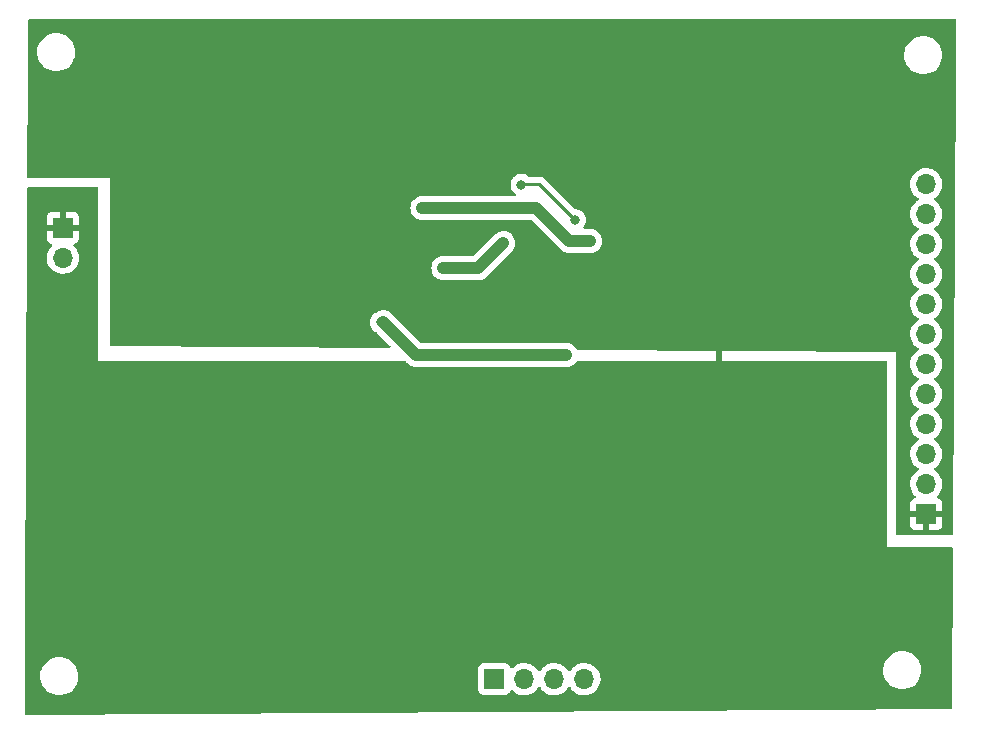
<source format=gbr>
%TF.GenerationSoftware,KiCad,Pcbnew,(6.0.10)*%
%TF.CreationDate,2023-03-06T12:11:40-08:00*%
%TF.ProjectId,PCM5242,50434d35-3234-4322-9e6b-696361645f70,rev?*%
%TF.SameCoordinates,Original*%
%TF.FileFunction,Copper,L2,Bot*%
%TF.FilePolarity,Positive*%
%FSLAX46Y46*%
G04 Gerber Fmt 4.6, Leading zero omitted, Abs format (unit mm)*
G04 Created by KiCad (PCBNEW (6.0.10)) date 2023-03-06 12:11:40*
%MOMM*%
%LPD*%
G01*
G04 APERTURE LIST*
%TA.AperFunction,ComponentPad*%
%ADD10R,1.700000X1.700000*%
%TD*%
%TA.AperFunction,ComponentPad*%
%ADD11O,1.700000X1.700000*%
%TD*%
%TA.AperFunction,ViaPad*%
%ADD12C,0.800000*%
%TD*%
%TA.AperFunction,Conductor*%
%ADD13C,1.000000*%
%TD*%
%TA.AperFunction,Conductor*%
%ADD14C,0.250000*%
%TD*%
G04 APERTURE END LIST*
D10*
%TO.P,J2,1,Pin_1*%
%TO.N,GND*%
X124206000Y-117353000D03*
D11*
%TO.P,J2,2,Pin_2*%
%TO.N,/A5*%
X124206000Y-114813000D03*
%TO.P,J2,3,Pin_3*%
%TO.N,/A6*%
X124206000Y-112273000D03*
%TO.P,J2,4,Pin_4*%
%TO.N,/A7*%
X124206000Y-109733000D03*
%TO.P,J2,5,Pin_5*%
%TO.N,/A8*%
X124206000Y-107193000D03*
%TO.P,J2,6,Pin_6*%
%TO.N,/A9*%
X124206000Y-104653000D03*
%TO.P,J2,7,Pin_7*%
%TO.N,/A10*%
X124206000Y-102113000D03*
%TO.P,J2,8,Pin_8*%
%TO.N,/A11*%
X124206000Y-99573000D03*
%TO.P,J2,9,Pin_9*%
%TO.N,/A12*%
X124206000Y-97033000D03*
%TO.P,J2,10,Pin_10*%
%TO.N,/A13*%
X124206000Y-94493000D03*
%TO.P,J2,11,Pin_11*%
%TO.N,/A14*%
X124206000Y-91953000D03*
%TO.P,J2,12,Pin_12*%
%TO.N,/A15*%
X124206000Y-89413000D03*
%TD*%
D10*
%TO.P,J3,1,Pin_1*%
%TO.N,GND*%
X51100000Y-93100000D03*
D11*
%TO.P,J3,2,Pin_2*%
%TO.N,VCC*%
X51100000Y-95640000D03*
%TD*%
D10*
%TO.P,J1,1,Pin_1*%
%TO.N,/A1*%
X87640000Y-131318000D03*
D11*
%TO.P,J1,2,Pin_2*%
%TO.N,/A2*%
X90180000Y-131318000D03*
%TO.P,J1,3,Pin_3*%
%TO.N,/A3*%
X92720000Y-131318000D03*
%TO.P,J1,4,Pin_4*%
%TO.N,/A4*%
X95260000Y-131318000D03*
%TD*%
D12*
%TO.N,GND*%
X92000000Y-96200000D03*
X95250000Y-104902000D03*
X77978000Y-81026000D03*
X87700000Y-93000000D03*
X97589000Y-94435000D03*
X83610500Y-98248500D03*
X69232750Y-84218750D03*
X60717250Y-117148000D03*
X83764000Y-89258000D03*
X87896814Y-97919802D03*
X86360000Y-106680000D03*
X58374000Y-80110500D03*
X100055750Y-105690000D03*
%TO.N,DVDD*%
X81534000Y-91440000D03*
X95758000Y-94234000D03*
%TO.N,AVDD*%
X83308500Y-96523500D03*
X93726000Y-103886000D03*
X78002000Y-101116000D03*
X88400000Y-94400000D03*
%TO.N,SCK*%
X94488000Y-92455500D03*
X89916107Y-89453580D03*
%TD*%
D13*
%TO.N,DVDD*%
X95758000Y-94234000D02*
X93970695Y-94234000D01*
X93970695Y-94234000D02*
X91176695Y-91440000D01*
X91176695Y-91440000D02*
X81534000Y-91440000D01*
%TO.N,AVDD*%
X81026000Y-103886000D02*
X78232000Y-101092000D01*
X83308500Y-96523500D02*
X86276500Y-96523500D01*
X86276500Y-96523500D02*
X88400000Y-94400000D01*
X93726000Y-103886000D02*
X81026000Y-103886000D01*
D14*
%TO.N,SCK*%
X89961687Y-89408000D02*
X89916107Y-89453580D01*
X91440500Y-89408000D02*
X89961687Y-89408000D01*
X94488000Y-92455500D02*
X91440500Y-89408000D01*
%TD*%
%TA.AperFunction,Conductor*%
%TO.N,GND*%
G36*
X106934000Y-104648000D02*
G01*
X106426000Y-104648000D01*
X106426000Y-103378000D01*
X106934000Y-103378000D01*
X106934000Y-104648000D01*
G37*
%TD.AperFunction*%
%TD*%
%TA.AperFunction,Conductor*%
%TO.N,GND*%
G36*
X54044121Y-89682002D02*
G01*
X54090614Y-89735658D01*
X54102000Y-89788000D01*
X54102000Y-104394000D01*
X80055576Y-104394000D01*
X80123697Y-104414002D01*
X80144671Y-104430905D01*
X80269145Y-104555379D01*
X80278247Y-104565522D01*
X80301968Y-104595025D01*
X80340421Y-104627291D01*
X80344069Y-104630472D01*
X80345881Y-104632115D01*
X80348075Y-104634309D01*
X80381349Y-104661642D01*
X80382147Y-104662304D01*
X80453474Y-104722154D01*
X80458144Y-104724722D01*
X80462261Y-104728103D01*
X80544120Y-104771995D01*
X80545280Y-104772624D01*
X80621389Y-104814466D01*
X80621394Y-104814468D01*
X80626787Y-104817433D01*
X80631865Y-104819044D01*
X80636563Y-104821563D01*
X80725498Y-104848753D01*
X80726702Y-104849128D01*
X80815306Y-104877235D01*
X80820597Y-104877828D01*
X80825698Y-104879388D01*
X80918311Y-104888795D01*
X80919431Y-104888915D01*
X80969227Y-104894500D01*
X80972756Y-104894500D01*
X80973739Y-104894555D01*
X80979426Y-104895003D01*
X80999683Y-104897060D01*
X81016336Y-104898752D01*
X81016339Y-104898752D01*
X81022463Y-104899374D01*
X81068112Y-104895059D01*
X81079969Y-104894500D01*
X93775769Y-104894500D01*
X93778825Y-104894200D01*
X93778832Y-104894200D01*
X93837340Y-104888463D01*
X93922833Y-104880080D01*
X93928734Y-104878298D01*
X93928736Y-104878298D01*
X94025324Y-104849136D01*
X94112169Y-104822916D01*
X94286796Y-104730066D01*
X94401807Y-104636265D01*
X94435287Y-104608960D01*
X94435290Y-104608957D01*
X94440062Y-104605065D01*
X94477170Y-104560210D01*
X94562204Y-104457421D01*
X94562205Y-104457419D01*
X94566130Y-104452675D01*
X94568072Y-104449083D01*
X94622194Y-104404252D01*
X94671977Y-104394000D01*
X120778000Y-104394000D01*
X120846121Y-104414002D01*
X120892614Y-104467658D01*
X120904000Y-104520000D01*
X120904000Y-120142000D01*
X126328859Y-120142000D01*
X126396980Y-120162002D01*
X126443473Y-120215658D01*
X126454856Y-120268808D01*
X126368525Y-133736324D01*
X126348087Y-133804315D01*
X126294135Y-133850463D01*
X126243334Y-133861513D01*
X100980283Y-134022938D01*
X48009018Y-134361413D01*
X47940771Y-134341847D01*
X47893936Y-134288490D01*
X47882214Y-134234882D01*
X47895650Y-131064000D01*
X49186526Y-131064000D01*
X49206391Y-131316403D01*
X49207545Y-131321210D01*
X49207546Y-131321216D01*
X49245179Y-131477968D01*
X49265495Y-131562591D01*
X49267388Y-131567162D01*
X49267389Y-131567164D01*
X49322456Y-131700106D01*
X49362384Y-131796502D01*
X49494672Y-132012376D01*
X49659102Y-132204898D01*
X49851624Y-132369328D01*
X50067498Y-132501616D01*
X50072068Y-132503509D01*
X50072072Y-132503511D01*
X50277643Y-132588661D01*
X50301409Y-132598505D01*
X50385174Y-132618615D01*
X50542784Y-132656454D01*
X50542790Y-132656455D01*
X50547597Y-132657609D01*
X50647416Y-132665465D01*
X50734345Y-132672307D01*
X50734352Y-132672307D01*
X50736801Y-132672500D01*
X50863199Y-132672500D01*
X50865648Y-132672307D01*
X50865655Y-132672307D01*
X50952584Y-132665465D01*
X51052403Y-132657609D01*
X51057210Y-132656455D01*
X51057216Y-132656454D01*
X51214826Y-132618615D01*
X51298591Y-132598505D01*
X51322357Y-132588661D01*
X51527928Y-132503511D01*
X51527932Y-132503509D01*
X51532502Y-132501616D01*
X51748376Y-132369328D01*
X51927742Y-132216134D01*
X86281500Y-132216134D01*
X86288255Y-132278316D01*
X86339385Y-132414705D01*
X86426739Y-132531261D01*
X86543295Y-132618615D01*
X86679684Y-132669745D01*
X86741866Y-132676500D01*
X88538134Y-132676500D01*
X88600316Y-132669745D01*
X88736705Y-132618615D01*
X88853261Y-132531261D01*
X88940615Y-132414705D01*
X88962799Y-132355529D01*
X88984598Y-132297382D01*
X89027240Y-132240618D01*
X89093802Y-132215918D01*
X89163150Y-132231126D01*
X89197817Y-132259114D01*
X89226250Y-132291938D01*
X89398126Y-132434632D01*
X89591000Y-132547338D01*
X89799692Y-132627030D01*
X89804760Y-132628061D01*
X89804763Y-132628062D01*
X89912017Y-132649883D01*
X90018597Y-132671567D01*
X90023772Y-132671757D01*
X90023774Y-132671757D01*
X90236673Y-132679564D01*
X90236677Y-132679564D01*
X90241837Y-132679753D01*
X90246957Y-132679097D01*
X90246959Y-132679097D01*
X90458288Y-132652025D01*
X90458289Y-132652025D01*
X90463416Y-132651368D01*
X90468366Y-132649883D01*
X90672429Y-132588661D01*
X90672434Y-132588659D01*
X90677384Y-132587174D01*
X90877994Y-132488896D01*
X91059860Y-132359173D01*
X91218096Y-132201489D01*
X91348453Y-132020077D01*
X91349776Y-132021028D01*
X91396645Y-131977857D01*
X91466580Y-131965625D01*
X91532026Y-131993144D01*
X91559875Y-132024994D01*
X91619987Y-132123088D01*
X91766250Y-132291938D01*
X91938126Y-132434632D01*
X92131000Y-132547338D01*
X92339692Y-132627030D01*
X92344760Y-132628061D01*
X92344763Y-132628062D01*
X92452017Y-132649883D01*
X92558597Y-132671567D01*
X92563772Y-132671757D01*
X92563774Y-132671757D01*
X92776673Y-132679564D01*
X92776677Y-132679564D01*
X92781837Y-132679753D01*
X92786957Y-132679097D01*
X92786959Y-132679097D01*
X92998288Y-132652025D01*
X92998289Y-132652025D01*
X93003416Y-132651368D01*
X93008366Y-132649883D01*
X93212429Y-132588661D01*
X93212434Y-132588659D01*
X93217384Y-132587174D01*
X93417994Y-132488896D01*
X93599860Y-132359173D01*
X93758096Y-132201489D01*
X93888453Y-132020077D01*
X93889776Y-132021028D01*
X93936645Y-131977857D01*
X94006580Y-131965625D01*
X94072026Y-131993144D01*
X94099875Y-132024994D01*
X94159987Y-132123088D01*
X94306250Y-132291938D01*
X94478126Y-132434632D01*
X94671000Y-132547338D01*
X94879692Y-132627030D01*
X94884760Y-132628061D01*
X94884763Y-132628062D01*
X94992017Y-132649883D01*
X95098597Y-132671567D01*
X95103772Y-132671757D01*
X95103774Y-132671757D01*
X95316673Y-132679564D01*
X95316677Y-132679564D01*
X95321837Y-132679753D01*
X95326957Y-132679097D01*
X95326959Y-132679097D01*
X95538288Y-132652025D01*
X95538289Y-132652025D01*
X95543416Y-132651368D01*
X95548366Y-132649883D01*
X95752429Y-132588661D01*
X95752434Y-132588659D01*
X95757384Y-132587174D01*
X95957994Y-132488896D01*
X96139860Y-132359173D01*
X96298096Y-132201489D01*
X96428453Y-132020077D01*
X96449320Y-131977857D01*
X96525136Y-131824453D01*
X96525137Y-131824451D01*
X96527430Y-131819811D01*
X96592370Y-131606069D01*
X96621529Y-131384590D01*
X96623156Y-131318000D01*
X96604852Y-131095361D01*
X96550431Y-130878702D01*
X96461354Y-130673840D01*
X96388309Y-130560930D01*
X96385120Y-130556000D01*
X120560526Y-130556000D01*
X120580391Y-130808403D01*
X120639495Y-131054591D01*
X120641388Y-131059162D01*
X120641389Y-131059164D01*
X120654304Y-131090342D01*
X120736384Y-131288502D01*
X120868672Y-131504376D01*
X121033102Y-131696898D01*
X121225624Y-131861328D01*
X121441498Y-131993616D01*
X121446068Y-131995509D01*
X121446072Y-131995511D01*
X121670836Y-132088611D01*
X121675409Y-132090505D01*
X121760032Y-132110821D01*
X121916784Y-132148454D01*
X121916790Y-132148455D01*
X121921597Y-132149609D01*
X122021416Y-132157465D01*
X122108345Y-132164307D01*
X122108352Y-132164307D01*
X122110801Y-132164500D01*
X122237199Y-132164500D01*
X122239648Y-132164307D01*
X122239655Y-132164307D01*
X122326584Y-132157465D01*
X122426403Y-132149609D01*
X122431210Y-132148455D01*
X122431216Y-132148454D01*
X122587968Y-132110821D01*
X122672591Y-132090505D01*
X122677164Y-132088611D01*
X122901928Y-131995511D01*
X122901932Y-131995509D01*
X122906502Y-131993616D01*
X123122376Y-131861328D01*
X123314898Y-131696898D01*
X123479328Y-131504376D01*
X123611616Y-131288502D01*
X123693697Y-131090342D01*
X123706611Y-131059164D01*
X123706612Y-131059162D01*
X123708505Y-131054591D01*
X123767609Y-130808403D01*
X123787474Y-130556000D01*
X123767609Y-130303597D01*
X123765673Y-130295530D01*
X123722481Y-130115624D01*
X123708505Y-130057409D01*
X123706611Y-130052836D01*
X123613511Y-129828072D01*
X123613509Y-129828068D01*
X123611616Y-129823498D01*
X123479328Y-129607624D01*
X123314898Y-129415102D01*
X123122376Y-129250672D01*
X122906502Y-129118384D01*
X122901932Y-129116491D01*
X122901928Y-129116489D01*
X122677164Y-129023389D01*
X122677162Y-129023388D01*
X122672591Y-129021495D01*
X122587968Y-129001179D01*
X122431216Y-128963546D01*
X122431210Y-128963545D01*
X122426403Y-128962391D01*
X122326584Y-128954535D01*
X122239655Y-128947693D01*
X122239648Y-128947693D01*
X122237199Y-128947500D01*
X122110801Y-128947500D01*
X122108352Y-128947693D01*
X122108345Y-128947693D01*
X122021416Y-128954535D01*
X121921597Y-128962391D01*
X121916790Y-128963545D01*
X121916784Y-128963546D01*
X121760032Y-129001179D01*
X121675409Y-129021495D01*
X121670838Y-129023388D01*
X121670836Y-129023389D01*
X121446072Y-129116489D01*
X121446068Y-129116491D01*
X121441498Y-129118384D01*
X121225624Y-129250672D01*
X121033102Y-129415102D01*
X120868672Y-129607624D01*
X120736384Y-129823498D01*
X120734491Y-129828068D01*
X120734489Y-129828072D01*
X120641389Y-130052836D01*
X120639495Y-130057409D01*
X120625519Y-130115624D01*
X120582328Y-130295530D01*
X120580391Y-130303597D01*
X120560526Y-130556000D01*
X96385120Y-130556000D01*
X96342822Y-130490617D01*
X96342820Y-130490614D01*
X96340014Y-130486277D01*
X96189670Y-130321051D01*
X96185619Y-130317852D01*
X96185615Y-130317848D01*
X96018414Y-130185800D01*
X96018410Y-130185798D01*
X96014359Y-130182598D01*
X95818789Y-130074638D01*
X95813920Y-130072914D01*
X95813916Y-130072912D01*
X95613087Y-130001795D01*
X95613083Y-130001794D01*
X95608212Y-130000069D01*
X95603119Y-129999162D01*
X95603116Y-129999161D01*
X95393373Y-129961800D01*
X95393367Y-129961799D01*
X95388284Y-129960894D01*
X95314452Y-129959992D01*
X95170081Y-129958228D01*
X95170079Y-129958228D01*
X95164911Y-129958165D01*
X94944091Y-129991955D01*
X94731756Y-130061357D01*
X94533607Y-130164507D01*
X94529474Y-130167610D01*
X94529471Y-130167612D01*
X94359100Y-130295530D01*
X94354965Y-130298635D01*
X94351393Y-130302373D01*
X94243729Y-130415037D01*
X94200629Y-130460138D01*
X94093201Y-130617621D01*
X94038293Y-130662621D01*
X93967768Y-130670792D01*
X93904021Y-130639538D01*
X93883324Y-130615054D01*
X93802822Y-130490617D01*
X93802820Y-130490614D01*
X93800014Y-130486277D01*
X93649670Y-130321051D01*
X93645619Y-130317852D01*
X93645615Y-130317848D01*
X93478414Y-130185800D01*
X93478410Y-130185798D01*
X93474359Y-130182598D01*
X93278789Y-130074638D01*
X93273920Y-130072914D01*
X93273916Y-130072912D01*
X93073087Y-130001795D01*
X93073083Y-130001794D01*
X93068212Y-130000069D01*
X93063119Y-129999162D01*
X93063116Y-129999161D01*
X92853373Y-129961800D01*
X92853367Y-129961799D01*
X92848284Y-129960894D01*
X92774452Y-129959992D01*
X92630081Y-129958228D01*
X92630079Y-129958228D01*
X92624911Y-129958165D01*
X92404091Y-129991955D01*
X92191756Y-130061357D01*
X91993607Y-130164507D01*
X91989474Y-130167610D01*
X91989471Y-130167612D01*
X91819100Y-130295530D01*
X91814965Y-130298635D01*
X91811393Y-130302373D01*
X91703729Y-130415037D01*
X91660629Y-130460138D01*
X91553201Y-130617621D01*
X91498293Y-130662621D01*
X91427768Y-130670792D01*
X91364021Y-130639538D01*
X91343324Y-130615054D01*
X91262822Y-130490617D01*
X91262820Y-130490614D01*
X91260014Y-130486277D01*
X91109670Y-130321051D01*
X91105619Y-130317852D01*
X91105615Y-130317848D01*
X90938414Y-130185800D01*
X90938410Y-130185798D01*
X90934359Y-130182598D01*
X90738789Y-130074638D01*
X90733920Y-130072914D01*
X90733916Y-130072912D01*
X90533087Y-130001795D01*
X90533083Y-130001794D01*
X90528212Y-130000069D01*
X90523119Y-129999162D01*
X90523116Y-129999161D01*
X90313373Y-129961800D01*
X90313367Y-129961799D01*
X90308284Y-129960894D01*
X90234452Y-129959992D01*
X90090081Y-129958228D01*
X90090079Y-129958228D01*
X90084911Y-129958165D01*
X89864091Y-129991955D01*
X89651756Y-130061357D01*
X89453607Y-130164507D01*
X89449474Y-130167610D01*
X89449471Y-130167612D01*
X89279100Y-130295530D01*
X89274965Y-130298635D01*
X89218537Y-130357684D01*
X89194283Y-130383064D01*
X89132759Y-130418494D01*
X89061846Y-130415037D01*
X89004060Y-130373791D01*
X88985207Y-130340243D01*
X88943767Y-130229703D01*
X88940615Y-130221295D01*
X88853261Y-130104739D01*
X88736705Y-130017385D01*
X88600316Y-129966255D01*
X88538134Y-129959500D01*
X86741866Y-129959500D01*
X86679684Y-129966255D01*
X86543295Y-130017385D01*
X86426739Y-130104739D01*
X86339385Y-130221295D01*
X86288255Y-130357684D01*
X86281500Y-130419866D01*
X86281500Y-132216134D01*
X51927742Y-132216134D01*
X51940898Y-132204898D01*
X52105328Y-132012376D01*
X52237616Y-131796502D01*
X52277545Y-131700106D01*
X52332611Y-131567164D01*
X52332612Y-131567162D01*
X52334505Y-131562591D01*
X52354821Y-131477968D01*
X52392454Y-131321216D01*
X52392455Y-131321210D01*
X52393609Y-131316403D01*
X52413474Y-131064000D01*
X52393609Y-130811597D01*
X52334505Y-130565409D01*
X52303525Y-130490617D01*
X52239511Y-130336072D01*
X52239509Y-130336068D01*
X52237616Y-130331498D01*
X52105328Y-130115624D01*
X51940898Y-129923102D01*
X51748376Y-129758672D01*
X51532502Y-129626384D01*
X51527932Y-129624491D01*
X51527928Y-129624489D01*
X51303164Y-129531389D01*
X51303162Y-129531388D01*
X51298591Y-129529495D01*
X51213968Y-129509179D01*
X51057216Y-129471546D01*
X51057210Y-129471545D01*
X51052403Y-129470391D01*
X50952584Y-129462535D01*
X50865655Y-129455693D01*
X50865648Y-129455693D01*
X50863199Y-129455500D01*
X50736801Y-129455500D01*
X50734352Y-129455693D01*
X50734345Y-129455693D01*
X50647416Y-129462535D01*
X50547597Y-129470391D01*
X50542790Y-129471545D01*
X50542784Y-129471546D01*
X50386032Y-129509179D01*
X50301409Y-129529495D01*
X50296838Y-129531388D01*
X50296836Y-129531389D01*
X50072072Y-129624489D01*
X50072068Y-129624491D01*
X50067498Y-129626384D01*
X49851624Y-129758672D01*
X49659102Y-129923102D01*
X49494672Y-130115624D01*
X49362384Y-130331498D01*
X49360491Y-130336068D01*
X49360489Y-130336072D01*
X49296475Y-130490617D01*
X49265495Y-130565409D01*
X49206391Y-130811597D01*
X49186526Y-131064000D01*
X47895650Y-131064000D01*
X48006516Y-104899374D01*
X48045891Y-95606695D01*
X49737251Y-95606695D01*
X49737548Y-95611848D01*
X49737548Y-95611851D01*
X49743011Y-95706590D01*
X49750110Y-95829715D01*
X49751247Y-95834761D01*
X49751248Y-95834767D01*
X49761331Y-95879507D01*
X49799222Y-96047639D01*
X49883266Y-96254616D01*
X49999987Y-96445088D01*
X50146250Y-96613938D01*
X50318126Y-96756632D01*
X50511000Y-96869338D01*
X50719692Y-96949030D01*
X50724760Y-96950061D01*
X50724763Y-96950062D01*
X50832017Y-96971883D01*
X50938597Y-96993567D01*
X50943772Y-96993757D01*
X50943774Y-96993757D01*
X51156673Y-97001564D01*
X51156677Y-97001564D01*
X51161837Y-97001753D01*
X51166957Y-97001097D01*
X51166959Y-97001097D01*
X51378288Y-96974025D01*
X51378289Y-96974025D01*
X51383416Y-96973368D01*
X51388366Y-96971883D01*
X51592429Y-96910661D01*
X51592434Y-96910659D01*
X51597384Y-96909174D01*
X51797994Y-96810896D01*
X51979860Y-96681173D01*
X52138096Y-96523489D01*
X52197594Y-96440689D01*
X52265435Y-96346277D01*
X52268453Y-96342077D01*
X52367430Y-96141811D01*
X52432370Y-95928069D01*
X52461529Y-95706590D01*
X52463156Y-95640000D01*
X52444852Y-95417361D01*
X52390431Y-95200702D01*
X52301354Y-94995840D01*
X52180014Y-94808277D01*
X52176540Y-94804459D01*
X52176533Y-94804450D01*
X52032435Y-94646088D01*
X52001383Y-94582242D01*
X52009779Y-94511744D01*
X52054956Y-94456976D01*
X52081400Y-94443307D01*
X52188052Y-94403325D01*
X52203649Y-94394786D01*
X52305724Y-94318285D01*
X52318285Y-94305724D01*
X52394786Y-94203649D01*
X52403324Y-94188054D01*
X52448478Y-94067606D01*
X52452105Y-94052351D01*
X52457631Y-94001486D01*
X52458000Y-93994672D01*
X52458000Y-93372115D01*
X52453525Y-93356876D01*
X52452135Y-93355671D01*
X52444452Y-93354000D01*
X49760116Y-93354000D01*
X49744877Y-93358475D01*
X49743672Y-93359865D01*
X49742001Y-93367548D01*
X49742001Y-93994669D01*
X49742371Y-94001490D01*
X49747895Y-94052352D01*
X49751521Y-94067604D01*
X49796676Y-94188054D01*
X49805214Y-94203649D01*
X49881715Y-94305724D01*
X49894276Y-94318285D01*
X49996351Y-94394786D01*
X50011946Y-94403324D01*
X50120827Y-94444142D01*
X50177591Y-94486784D01*
X50202291Y-94553345D01*
X50187083Y-94622694D01*
X50167691Y-94649175D01*
X50044200Y-94778401D01*
X50040629Y-94782138D01*
X49914743Y-94966680D01*
X49820688Y-95169305D01*
X49760989Y-95384570D01*
X49737251Y-95606695D01*
X48045891Y-95606695D01*
X48057666Y-92827885D01*
X49742000Y-92827885D01*
X49746475Y-92843124D01*
X49747865Y-92844329D01*
X49755548Y-92846000D01*
X50827885Y-92846000D01*
X50843124Y-92841525D01*
X50844329Y-92840135D01*
X50846000Y-92832452D01*
X50846000Y-92827885D01*
X51354000Y-92827885D01*
X51358475Y-92843124D01*
X51359865Y-92844329D01*
X51367548Y-92846000D01*
X52439884Y-92846000D01*
X52455123Y-92841525D01*
X52456328Y-92840135D01*
X52457999Y-92832452D01*
X52457999Y-92205331D01*
X52457629Y-92198510D01*
X52452105Y-92147648D01*
X52448479Y-92132396D01*
X52403324Y-92011946D01*
X52394786Y-91996351D01*
X52318285Y-91894276D01*
X52305724Y-91881715D01*
X52203649Y-91805214D01*
X52188054Y-91796676D01*
X52067606Y-91751522D01*
X52052351Y-91747895D01*
X52001486Y-91742369D01*
X51994672Y-91742000D01*
X51372115Y-91742000D01*
X51356876Y-91746475D01*
X51355671Y-91747865D01*
X51354000Y-91755548D01*
X51354000Y-92827885D01*
X50846000Y-92827885D01*
X50846000Y-91760116D01*
X50841525Y-91744877D01*
X50840135Y-91743672D01*
X50832452Y-91742001D01*
X50205331Y-91742001D01*
X50198510Y-91742371D01*
X50147648Y-91747895D01*
X50132396Y-91751521D01*
X50011946Y-91796676D01*
X49996351Y-91805214D01*
X49894276Y-91881715D01*
X49881715Y-91894276D01*
X49805214Y-91996351D01*
X49796676Y-92011946D01*
X49751522Y-92132394D01*
X49747895Y-92147649D01*
X49742369Y-92198514D01*
X49742000Y-92205328D01*
X49742000Y-92827885D01*
X48057666Y-92827885D01*
X48070549Y-89787465D01*
X48090840Y-89719431D01*
X48144692Y-89673166D01*
X48196548Y-89662000D01*
X53976000Y-89662000D01*
X54044121Y-89682002D01*
G37*
%TD.AperFunction*%
%TD*%
%TA.AperFunction,Conductor*%
%TO.N,GND*%
G36*
X126683541Y-75458502D02*
G01*
X126730034Y-75512158D01*
X126741417Y-75565308D01*
X126717999Y-79218502D01*
X126462984Y-119000811D01*
X126442547Y-119068799D01*
X126388595Y-119114947D01*
X126336988Y-119126000D01*
X121792000Y-119126000D01*
X121723879Y-119105998D01*
X121677386Y-119052342D01*
X121666000Y-119000000D01*
X121666000Y-118247669D01*
X122848001Y-118247669D01*
X122848371Y-118254490D01*
X122853895Y-118305352D01*
X122857521Y-118320604D01*
X122902676Y-118441054D01*
X122911214Y-118456649D01*
X122987715Y-118558724D01*
X123000276Y-118571285D01*
X123102351Y-118647786D01*
X123117946Y-118656324D01*
X123238394Y-118701478D01*
X123253649Y-118705105D01*
X123304514Y-118710631D01*
X123311328Y-118711000D01*
X123933885Y-118711000D01*
X123949124Y-118706525D01*
X123950329Y-118705135D01*
X123952000Y-118697452D01*
X123952000Y-118692884D01*
X124460000Y-118692884D01*
X124464475Y-118708123D01*
X124465865Y-118709328D01*
X124473548Y-118710999D01*
X125100669Y-118710999D01*
X125107490Y-118710629D01*
X125158352Y-118705105D01*
X125173604Y-118701479D01*
X125294054Y-118656324D01*
X125309649Y-118647786D01*
X125411724Y-118571285D01*
X125424285Y-118558724D01*
X125500786Y-118456649D01*
X125509324Y-118441054D01*
X125554478Y-118320606D01*
X125558105Y-118305351D01*
X125563631Y-118254486D01*
X125564000Y-118247672D01*
X125564000Y-117625115D01*
X125559525Y-117609876D01*
X125558135Y-117608671D01*
X125550452Y-117607000D01*
X124478115Y-117607000D01*
X124462876Y-117611475D01*
X124461671Y-117612865D01*
X124460000Y-117620548D01*
X124460000Y-118692884D01*
X123952000Y-118692884D01*
X123952000Y-117625115D01*
X123947525Y-117609876D01*
X123946135Y-117608671D01*
X123938452Y-117607000D01*
X122866116Y-117607000D01*
X122850877Y-117611475D01*
X122849672Y-117612865D01*
X122848001Y-117620548D01*
X122848001Y-118247669D01*
X121666000Y-118247669D01*
X121666000Y-114779695D01*
X122843251Y-114779695D01*
X122843548Y-114784848D01*
X122843548Y-114784851D01*
X122849011Y-114879590D01*
X122856110Y-115002715D01*
X122857247Y-115007761D01*
X122857248Y-115007767D01*
X122877119Y-115095939D01*
X122905222Y-115220639D01*
X122989266Y-115427616D01*
X123105987Y-115618088D01*
X123252250Y-115786938D01*
X123256225Y-115790238D01*
X123256231Y-115790244D01*
X123261425Y-115794556D01*
X123301059Y-115853460D01*
X123302555Y-115924441D01*
X123265439Y-115984962D01*
X123225168Y-116009480D01*
X123117946Y-116049676D01*
X123102351Y-116058214D01*
X123000276Y-116134715D01*
X122987715Y-116147276D01*
X122911214Y-116249351D01*
X122902676Y-116264946D01*
X122857522Y-116385394D01*
X122853895Y-116400649D01*
X122848369Y-116451514D01*
X122848000Y-116458328D01*
X122848000Y-117080885D01*
X122852475Y-117096124D01*
X122853865Y-117097329D01*
X122861548Y-117099000D01*
X125545884Y-117099000D01*
X125561123Y-117094525D01*
X125562328Y-117093135D01*
X125563999Y-117085452D01*
X125563999Y-116458331D01*
X125563629Y-116451510D01*
X125558105Y-116400648D01*
X125554479Y-116385396D01*
X125509324Y-116264946D01*
X125500786Y-116249351D01*
X125424285Y-116147276D01*
X125411724Y-116134715D01*
X125309649Y-116058214D01*
X125294054Y-116049676D01*
X125183813Y-116008348D01*
X125127049Y-115965706D01*
X125102349Y-115899145D01*
X125117557Y-115829796D01*
X125139104Y-115801115D01*
X125240430Y-115700144D01*
X125240440Y-115700132D01*
X125244096Y-115696489D01*
X125303594Y-115613689D01*
X125371435Y-115519277D01*
X125374453Y-115515077D01*
X125473430Y-115314811D01*
X125538370Y-115101069D01*
X125567529Y-114879590D01*
X125569156Y-114813000D01*
X125550852Y-114590361D01*
X125496431Y-114373702D01*
X125407354Y-114168840D01*
X125286014Y-113981277D01*
X125135670Y-113816051D01*
X125131619Y-113812852D01*
X125131615Y-113812848D01*
X124964414Y-113680800D01*
X124964410Y-113680798D01*
X124960359Y-113677598D01*
X124919053Y-113654796D01*
X124869084Y-113604364D01*
X124854312Y-113534921D01*
X124879428Y-113468516D01*
X124906780Y-113441909D01*
X124950603Y-113410650D01*
X125085860Y-113314173D01*
X125244096Y-113156489D01*
X125303594Y-113073689D01*
X125371435Y-112979277D01*
X125374453Y-112975077D01*
X125473430Y-112774811D01*
X125538370Y-112561069D01*
X125567529Y-112339590D01*
X125569156Y-112273000D01*
X125550852Y-112050361D01*
X125496431Y-111833702D01*
X125407354Y-111628840D01*
X125286014Y-111441277D01*
X125135670Y-111276051D01*
X125131619Y-111272852D01*
X125131615Y-111272848D01*
X124964414Y-111140800D01*
X124964410Y-111140798D01*
X124960359Y-111137598D01*
X124919053Y-111114796D01*
X124869084Y-111064364D01*
X124854312Y-110994921D01*
X124879428Y-110928516D01*
X124906780Y-110901909D01*
X124950603Y-110870650D01*
X125085860Y-110774173D01*
X125244096Y-110616489D01*
X125303594Y-110533689D01*
X125371435Y-110439277D01*
X125374453Y-110435077D01*
X125473430Y-110234811D01*
X125538370Y-110021069D01*
X125567529Y-109799590D01*
X125569156Y-109733000D01*
X125550852Y-109510361D01*
X125496431Y-109293702D01*
X125407354Y-109088840D01*
X125286014Y-108901277D01*
X125135670Y-108736051D01*
X125131619Y-108732852D01*
X125131615Y-108732848D01*
X124964414Y-108600800D01*
X124964410Y-108600798D01*
X124960359Y-108597598D01*
X124919053Y-108574796D01*
X124869084Y-108524364D01*
X124854312Y-108454921D01*
X124879428Y-108388516D01*
X124906780Y-108361909D01*
X124950603Y-108330650D01*
X125085860Y-108234173D01*
X125244096Y-108076489D01*
X125303594Y-107993689D01*
X125371435Y-107899277D01*
X125374453Y-107895077D01*
X125473430Y-107694811D01*
X125538370Y-107481069D01*
X125567529Y-107259590D01*
X125569156Y-107193000D01*
X125550852Y-106970361D01*
X125496431Y-106753702D01*
X125407354Y-106548840D01*
X125286014Y-106361277D01*
X125135670Y-106196051D01*
X125131619Y-106192852D01*
X125131615Y-106192848D01*
X124964414Y-106060800D01*
X124964410Y-106060798D01*
X124960359Y-106057598D01*
X124919053Y-106034796D01*
X124869084Y-105984364D01*
X124854312Y-105914921D01*
X124879428Y-105848516D01*
X124906780Y-105821909D01*
X124950603Y-105790650D01*
X125085860Y-105694173D01*
X125244096Y-105536489D01*
X125303594Y-105453689D01*
X125371435Y-105359277D01*
X125374453Y-105355077D01*
X125473430Y-105154811D01*
X125538370Y-104941069D01*
X125567529Y-104719590D01*
X125569156Y-104653000D01*
X125550852Y-104430361D01*
X125496431Y-104213702D01*
X125407354Y-104008840D01*
X125286014Y-103821277D01*
X125135670Y-103656051D01*
X125131619Y-103652852D01*
X125131615Y-103652848D01*
X124964414Y-103520800D01*
X124964410Y-103520798D01*
X124960359Y-103517598D01*
X124919053Y-103494796D01*
X124869084Y-103444364D01*
X124854312Y-103374921D01*
X124879428Y-103308516D01*
X124906780Y-103281909D01*
X124950603Y-103250650D01*
X125085860Y-103154173D01*
X125128115Y-103112066D01*
X125193534Y-103046875D01*
X125244096Y-102996489D01*
X125303594Y-102913689D01*
X125371435Y-102819277D01*
X125374453Y-102815077D01*
X125473430Y-102614811D01*
X125538370Y-102401069D01*
X125567529Y-102179590D01*
X125569156Y-102113000D01*
X125550852Y-101890361D01*
X125496431Y-101673702D01*
X125407354Y-101468840D01*
X125306023Y-101312206D01*
X125288822Y-101285617D01*
X125288820Y-101285614D01*
X125286014Y-101281277D01*
X125135670Y-101116051D01*
X125131619Y-101112852D01*
X125131615Y-101112848D01*
X124964414Y-100980800D01*
X124964410Y-100980798D01*
X124960359Y-100977598D01*
X124919053Y-100954796D01*
X124869084Y-100904364D01*
X124854312Y-100834921D01*
X124879428Y-100768516D01*
X124906780Y-100741909D01*
X124950603Y-100710650D01*
X125085860Y-100614173D01*
X125244096Y-100456489D01*
X125303594Y-100373689D01*
X125371435Y-100279277D01*
X125374453Y-100275077D01*
X125388338Y-100246984D01*
X125471136Y-100079453D01*
X125471137Y-100079451D01*
X125473430Y-100074811D01*
X125538370Y-99861069D01*
X125567529Y-99639590D01*
X125569156Y-99573000D01*
X125550852Y-99350361D01*
X125496431Y-99133702D01*
X125407354Y-98928840D01*
X125286014Y-98741277D01*
X125135670Y-98576051D01*
X125131619Y-98572852D01*
X125131615Y-98572848D01*
X124964414Y-98440800D01*
X124964410Y-98440798D01*
X124960359Y-98437598D01*
X124919053Y-98414796D01*
X124869084Y-98364364D01*
X124854312Y-98294921D01*
X124879428Y-98228516D01*
X124906780Y-98201909D01*
X124950603Y-98170650D01*
X125085860Y-98074173D01*
X125244096Y-97916489D01*
X125303594Y-97833689D01*
X125371435Y-97739277D01*
X125374453Y-97735077D01*
X125473430Y-97534811D01*
X125524243Y-97367566D01*
X125536865Y-97326023D01*
X125536865Y-97326021D01*
X125538370Y-97321069D01*
X125567529Y-97099590D01*
X125568047Y-97078390D01*
X125569074Y-97036365D01*
X125569074Y-97036361D01*
X125569156Y-97033000D01*
X125550852Y-96810361D01*
X125496431Y-96593702D01*
X125407354Y-96388840D01*
X125286014Y-96201277D01*
X125135670Y-96036051D01*
X125131619Y-96032852D01*
X125131615Y-96032848D01*
X124964414Y-95900800D01*
X124964410Y-95900798D01*
X124960359Y-95897598D01*
X124919053Y-95874796D01*
X124869084Y-95824364D01*
X124854312Y-95754921D01*
X124879428Y-95688516D01*
X124906780Y-95661909D01*
X124950603Y-95630650D01*
X125085860Y-95534173D01*
X125244096Y-95376489D01*
X125303594Y-95293689D01*
X125371435Y-95199277D01*
X125374453Y-95195077D01*
X125387191Y-95169305D01*
X125471136Y-94999453D01*
X125471137Y-94999451D01*
X125473430Y-94994811D01*
X125538370Y-94781069D01*
X125567529Y-94559590D01*
X125569156Y-94493000D01*
X125550852Y-94270361D01*
X125496431Y-94053702D01*
X125407354Y-93848840D01*
X125286014Y-93661277D01*
X125135670Y-93496051D01*
X125131619Y-93492852D01*
X125131615Y-93492848D01*
X124964414Y-93360800D01*
X124964410Y-93360798D01*
X124960359Y-93357598D01*
X124919053Y-93334796D01*
X124869084Y-93284364D01*
X124854312Y-93214921D01*
X124879428Y-93148516D01*
X124906780Y-93121909D01*
X124963336Y-93081568D01*
X125085860Y-92994173D01*
X125244096Y-92836489D01*
X125255391Y-92820771D01*
X125371435Y-92659277D01*
X125374453Y-92655077D01*
X125382466Y-92638865D01*
X125471136Y-92459453D01*
X125471137Y-92459451D01*
X125473430Y-92454811D01*
X125528916Y-92272187D01*
X125536865Y-92246023D01*
X125536865Y-92246021D01*
X125538370Y-92241069D01*
X125567529Y-92019590D01*
X125568015Y-91999694D01*
X125569074Y-91956365D01*
X125569074Y-91956361D01*
X125569156Y-91953000D01*
X125550852Y-91730361D01*
X125496431Y-91513702D01*
X125407354Y-91308840D01*
X125286014Y-91121277D01*
X125135670Y-90956051D01*
X125131619Y-90952852D01*
X125131615Y-90952848D01*
X124964414Y-90820800D01*
X124964410Y-90820798D01*
X124960359Y-90817598D01*
X124919053Y-90794796D01*
X124869084Y-90744364D01*
X124854312Y-90674921D01*
X124879428Y-90608516D01*
X124906780Y-90581909D01*
X124950603Y-90550650D01*
X125085860Y-90454173D01*
X125093447Y-90446613D01*
X125240435Y-90300137D01*
X125244096Y-90296489D01*
X125250507Y-90287568D01*
X125371435Y-90119277D01*
X125374453Y-90115077D01*
X125390213Y-90083190D01*
X125471136Y-89919453D01*
X125471137Y-89919451D01*
X125473430Y-89914811D01*
X125538370Y-89701069D01*
X125567529Y-89479590D01*
X125569156Y-89413000D01*
X125550852Y-89190361D01*
X125496431Y-88973702D01*
X125407354Y-88768840D01*
X125286014Y-88581277D01*
X125135670Y-88416051D01*
X125131619Y-88412852D01*
X125131615Y-88412848D01*
X124964414Y-88280800D01*
X124964410Y-88280798D01*
X124960359Y-88277598D01*
X124764789Y-88169638D01*
X124759920Y-88167914D01*
X124759916Y-88167912D01*
X124559087Y-88096795D01*
X124559083Y-88096794D01*
X124554212Y-88095069D01*
X124549119Y-88094162D01*
X124549116Y-88094161D01*
X124339373Y-88056800D01*
X124339367Y-88056799D01*
X124334284Y-88055894D01*
X124260452Y-88054992D01*
X124116081Y-88053228D01*
X124116079Y-88053228D01*
X124110911Y-88053165D01*
X123890091Y-88086955D01*
X123677756Y-88156357D01*
X123479607Y-88259507D01*
X123475474Y-88262610D01*
X123475471Y-88262612D01*
X123451247Y-88280800D01*
X123300965Y-88393635D01*
X123297393Y-88397373D01*
X123154930Y-88546452D01*
X123146629Y-88555138D01*
X123143715Y-88559410D01*
X123143714Y-88559411D01*
X123125838Y-88585617D01*
X123020743Y-88739680D01*
X122993687Y-88797967D01*
X122936262Y-88921680D01*
X122926688Y-88942305D01*
X122866989Y-89157570D01*
X122843251Y-89379695D01*
X122843548Y-89384848D01*
X122843548Y-89384851D01*
X122849011Y-89479590D01*
X122856110Y-89602715D01*
X122857247Y-89607761D01*
X122857248Y-89607767D01*
X122863824Y-89636945D01*
X122905222Y-89820639D01*
X122943461Y-89914811D01*
X122976198Y-89995432D01*
X122989266Y-90027616D01*
X123023322Y-90083190D01*
X123097087Y-90203564D01*
X123105987Y-90218088D01*
X123252250Y-90386938D01*
X123424126Y-90529632D01*
X123465278Y-90553679D01*
X123497445Y-90572476D01*
X123546169Y-90624114D01*
X123559240Y-90693897D01*
X123532509Y-90759669D01*
X123492055Y-90793027D01*
X123479607Y-90799507D01*
X123475474Y-90802610D01*
X123475471Y-90802612D01*
X123374070Y-90878746D01*
X123300965Y-90933635D01*
X123146629Y-91095138D01*
X123020743Y-91279680D01*
X122926688Y-91482305D01*
X122866989Y-91697570D01*
X122843251Y-91919695D01*
X122843548Y-91924848D01*
X122843548Y-91924851D01*
X122849011Y-92019590D01*
X122856110Y-92142715D01*
X122857247Y-92147761D01*
X122857248Y-92147767D01*
X122857532Y-92149025D01*
X122905222Y-92360639D01*
X122989266Y-92567616D01*
X123105987Y-92758088D01*
X123252250Y-92926938D01*
X123424126Y-93069632D01*
X123444552Y-93081568D01*
X123497445Y-93112476D01*
X123546169Y-93164114D01*
X123559240Y-93233897D01*
X123532509Y-93299669D01*
X123492055Y-93333027D01*
X123479607Y-93339507D01*
X123475474Y-93342610D01*
X123475471Y-93342612D01*
X123305100Y-93470530D01*
X123300965Y-93473635D01*
X123146629Y-93635138D01*
X123020743Y-93819680D01*
X123001891Y-93860294D01*
X122931632Y-94011655D01*
X122926688Y-94022305D01*
X122866989Y-94237570D01*
X122843251Y-94459695D01*
X122843548Y-94464848D01*
X122843548Y-94464851D01*
X122852541Y-94620814D01*
X122856110Y-94682715D01*
X122857247Y-94687761D01*
X122857248Y-94687767D01*
X122877119Y-94775939D01*
X122905222Y-94900639D01*
X122949770Y-95010348D01*
X122975217Y-95073016D01*
X122989266Y-95107616D01*
X122991965Y-95112020D01*
X123074910Y-95247374D01*
X123105987Y-95298088D01*
X123252250Y-95466938D01*
X123424126Y-95609632D01*
X123476095Y-95640000D01*
X123497445Y-95652476D01*
X123546169Y-95704114D01*
X123559240Y-95773897D01*
X123532509Y-95839669D01*
X123492055Y-95873027D01*
X123479607Y-95879507D01*
X123475474Y-95882610D01*
X123475471Y-95882612D01*
X123305100Y-96010530D01*
X123300965Y-96013635D01*
X123146629Y-96175138D01*
X123020743Y-96359680D01*
X123005003Y-96393590D01*
X122944706Y-96523489D01*
X122926688Y-96562305D01*
X122866989Y-96777570D01*
X122843251Y-96999695D01*
X122843548Y-97004848D01*
X122843548Y-97004851D01*
X122849011Y-97099590D01*
X122856110Y-97222715D01*
X122857247Y-97227761D01*
X122857248Y-97227767D01*
X122867581Y-97273616D01*
X122905222Y-97440639D01*
X122989266Y-97647616D01*
X123105987Y-97838088D01*
X123252250Y-98006938D01*
X123424126Y-98149632D01*
X123494595Y-98190811D01*
X123497445Y-98192476D01*
X123546169Y-98244114D01*
X123559240Y-98313897D01*
X123532509Y-98379669D01*
X123492055Y-98413027D01*
X123479607Y-98419507D01*
X123475474Y-98422610D01*
X123475471Y-98422612D01*
X123451247Y-98440800D01*
X123300965Y-98553635D01*
X123146629Y-98715138D01*
X123020743Y-98899680D01*
X122926688Y-99102305D01*
X122866989Y-99317570D01*
X122843251Y-99539695D01*
X122843548Y-99544848D01*
X122843548Y-99544851D01*
X122849011Y-99639590D01*
X122856110Y-99762715D01*
X122857247Y-99767761D01*
X122857248Y-99767767D01*
X122877119Y-99855939D01*
X122905222Y-99980639D01*
X122989266Y-100187616D01*
X123025033Y-100245982D01*
X123086246Y-100345873D01*
X123105987Y-100378088D01*
X123252250Y-100546938D01*
X123424126Y-100689632D01*
X123494595Y-100730811D01*
X123497445Y-100732476D01*
X123546169Y-100784114D01*
X123559240Y-100853897D01*
X123532509Y-100919669D01*
X123492055Y-100953027D01*
X123479607Y-100959507D01*
X123475474Y-100962610D01*
X123475471Y-100962612D01*
X123451247Y-100980800D01*
X123300965Y-101093635D01*
X123146629Y-101255138D01*
X123020743Y-101439680D01*
X122926688Y-101642305D01*
X122866989Y-101857570D01*
X122843251Y-102079695D01*
X122843548Y-102084848D01*
X122843548Y-102084851D01*
X122849011Y-102179590D01*
X122856110Y-102302715D01*
X122857247Y-102307761D01*
X122857248Y-102307767D01*
X122877119Y-102395939D01*
X122905222Y-102520639D01*
X122989266Y-102727616D01*
X122991965Y-102732020D01*
X123092836Y-102896627D01*
X123105987Y-102918088D01*
X123252250Y-103086938D01*
X123424126Y-103229632D01*
X123494595Y-103270811D01*
X123497445Y-103272476D01*
X123546169Y-103324114D01*
X123559240Y-103393897D01*
X123532509Y-103459669D01*
X123492055Y-103493027D01*
X123479607Y-103499507D01*
X123475474Y-103502610D01*
X123475471Y-103502612D01*
X123451247Y-103520800D01*
X123300965Y-103633635D01*
X123146629Y-103795138D01*
X123020743Y-103979680D01*
X122926688Y-104182305D01*
X122866989Y-104397570D01*
X122843251Y-104619695D01*
X122843548Y-104624848D01*
X122843548Y-104624851D01*
X122849615Y-104730066D01*
X122856110Y-104842715D01*
X122857247Y-104847761D01*
X122857248Y-104847767D01*
X122866508Y-104888854D01*
X122905222Y-105060639D01*
X122989266Y-105267616D01*
X123105987Y-105458088D01*
X123252250Y-105626938D01*
X123424126Y-105769632D01*
X123494595Y-105810811D01*
X123497445Y-105812476D01*
X123546169Y-105864114D01*
X123559240Y-105933897D01*
X123532509Y-105999669D01*
X123492055Y-106033027D01*
X123479607Y-106039507D01*
X123475474Y-106042610D01*
X123475471Y-106042612D01*
X123451247Y-106060800D01*
X123300965Y-106173635D01*
X123146629Y-106335138D01*
X123020743Y-106519680D01*
X122926688Y-106722305D01*
X122866989Y-106937570D01*
X122843251Y-107159695D01*
X122843548Y-107164848D01*
X122843548Y-107164851D01*
X122849011Y-107259590D01*
X122856110Y-107382715D01*
X122857247Y-107387761D01*
X122857248Y-107387767D01*
X122877119Y-107475939D01*
X122905222Y-107600639D01*
X122989266Y-107807616D01*
X123105987Y-107998088D01*
X123252250Y-108166938D01*
X123424126Y-108309632D01*
X123494595Y-108350811D01*
X123497445Y-108352476D01*
X123546169Y-108404114D01*
X123559240Y-108473897D01*
X123532509Y-108539669D01*
X123492055Y-108573027D01*
X123479607Y-108579507D01*
X123475474Y-108582610D01*
X123475471Y-108582612D01*
X123451247Y-108600800D01*
X123300965Y-108713635D01*
X123146629Y-108875138D01*
X123020743Y-109059680D01*
X122926688Y-109262305D01*
X122866989Y-109477570D01*
X122843251Y-109699695D01*
X122843548Y-109704848D01*
X122843548Y-109704851D01*
X122849011Y-109799590D01*
X122856110Y-109922715D01*
X122857247Y-109927761D01*
X122857248Y-109927767D01*
X122877119Y-110015939D01*
X122905222Y-110140639D01*
X122989266Y-110347616D01*
X123105987Y-110538088D01*
X123252250Y-110706938D01*
X123424126Y-110849632D01*
X123494595Y-110890811D01*
X123497445Y-110892476D01*
X123546169Y-110944114D01*
X123559240Y-111013897D01*
X123532509Y-111079669D01*
X123492055Y-111113027D01*
X123479607Y-111119507D01*
X123475474Y-111122610D01*
X123475471Y-111122612D01*
X123451247Y-111140800D01*
X123300965Y-111253635D01*
X123146629Y-111415138D01*
X123020743Y-111599680D01*
X122926688Y-111802305D01*
X122866989Y-112017570D01*
X122843251Y-112239695D01*
X122843548Y-112244848D01*
X122843548Y-112244851D01*
X122849011Y-112339590D01*
X122856110Y-112462715D01*
X122857247Y-112467761D01*
X122857248Y-112467767D01*
X122877119Y-112555939D01*
X122905222Y-112680639D01*
X122989266Y-112887616D01*
X123105987Y-113078088D01*
X123252250Y-113246938D01*
X123424126Y-113389632D01*
X123494595Y-113430811D01*
X123497445Y-113432476D01*
X123546169Y-113484114D01*
X123559240Y-113553897D01*
X123532509Y-113619669D01*
X123492055Y-113653027D01*
X123479607Y-113659507D01*
X123475474Y-113662610D01*
X123475471Y-113662612D01*
X123451247Y-113680800D01*
X123300965Y-113793635D01*
X123146629Y-113955138D01*
X123020743Y-114139680D01*
X122926688Y-114342305D01*
X122866989Y-114557570D01*
X122843251Y-114779695D01*
X121666000Y-114779695D01*
X121666000Y-103632000D01*
X94700630Y-103429253D01*
X94632662Y-103408740D01*
X94589917Y-103361634D01*
X94573960Y-103331110D01*
X94450032Y-103176975D01*
X94298526Y-103049846D01*
X94293128Y-103046879D01*
X94293123Y-103046875D01*
X94130608Y-102957533D01*
X94130609Y-102957533D01*
X94125213Y-102954567D01*
X94119346Y-102952706D01*
X94119344Y-102952705D01*
X93942564Y-102896627D01*
X93942563Y-102896627D01*
X93936694Y-102894765D01*
X93782773Y-102877500D01*
X81495924Y-102877500D01*
X81427803Y-102857498D01*
X81406829Y-102840595D01*
X78909925Y-100343691D01*
X78891752Y-100328763D01*
X78857346Y-100300502D01*
X78795739Y-100249897D01*
X78679584Y-100187616D01*
X78626870Y-100159351D01*
X78626869Y-100159351D01*
X78621437Y-100156438D01*
X78512781Y-100123218D01*
X78438200Y-100100416D01*
X78438198Y-100100416D01*
X78432302Y-100098613D01*
X78374449Y-100092736D01*
X78241666Y-100079248D01*
X78241661Y-100079248D01*
X78235538Y-100078626D01*
X78111475Y-100090354D01*
X78044771Y-100096659D01*
X78044769Y-100096659D01*
X78038638Y-100097239D01*
X77943871Y-100125490D01*
X77855007Y-100151981D01*
X77855005Y-100151982D01*
X77849104Y-100153741D01*
X77674154Y-100245982D01*
X77628047Y-100283319D01*
X77600006Y-100300502D01*
X77551281Y-100322195D01*
X77551274Y-100322199D01*
X77545248Y-100324882D01*
X77390747Y-100437134D01*
X77262960Y-100579056D01*
X77167473Y-100744444D01*
X77108458Y-100926072D01*
X77107768Y-100932633D01*
X77107768Y-100932635D01*
X77103042Y-100977598D01*
X77088496Y-101116000D01*
X77089186Y-101122565D01*
X77105466Y-101277457D01*
X77108458Y-101305928D01*
X77167473Y-101487556D01*
X77262960Y-101652944D01*
X77267378Y-101657851D01*
X77267379Y-101657852D01*
X77286169Y-101678720D01*
X77390747Y-101794866D01*
X77470194Y-101852588D01*
X77529288Y-101895522D01*
X77545248Y-101907118D01*
X77551276Y-101909802D01*
X77551278Y-101909803D01*
X77660252Y-101958321D01*
X77698098Y-101984333D01*
X78807756Y-103093990D01*
X78841780Y-103156301D01*
X78836716Y-103227116D01*
X78794169Y-103283952D01*
X78727649Y-103308763D01*
X78717713Y-103309080D01*
X55243053Y-103132579D01*
X55175084Y-103112066D01*
X55128996Y-103058062D01*
X55118000Y-103006583D01*
X55118000Y-96516425D01*
X82295145Y-96516425D01*
X82313070Y-96713388D01*
X82368910Y-96903119D01*
X82371763Y-96908577D01*
X82371765Y-96908581D01*
X82419220Y-96999353D01*
X82460540Y-97078390D01*
X82584468Y-97232525D01*
X82589192Y-97236489D01*
X82596433Y-97242565D01*
X82735974Y-97359654D01*
X82741372Y-97362621D01*
X82741377Y-97362625D01*
X82838753Y-97416157D01*
X82909287Y-97454933D01*
X82915154Y-97456794D01*
X82915156Y-97456795D01*
X83091936Y-97512873D01*
X83097806Y-97514735D01*
X83251727Y-97532000D01*
X86214657Y-97532000D01*
X86228264Y-97532737D01*
X86259762Y-97536159D01*
X86259767Y-97536159D01*
X86265888Y-97536824D01*
X86292138Y-97534527D01*
X86315888Y-97532450D01*
X86320714Y-97532121D01*
X86323186Y-97532000D01*
X86326269Y-97532000D01*
X86338238Y-97530826D01*
X86369006Y-97527810D01*
X86370319Y-97527688D01*
X86414584Y-97523815D01*
X86462913Y-97519587D01*
X86468032Y-97518100D01*
X86473333Y-97517580D01*
X86562334Y-97490709D01*
X86563467Y-97490374D01*
X86646914Y-97466130D01*
X86646918Y-97466128D01*
X86652836Y-97464409D01*
X86657568Y-97461956D01*
X86662669Y-97460416D01*
X86709350Y-97435596D01*
X86744760Y-97416769D01*
X86745926Y-97416157D01*
X86822953Y-97376229D01*
X86828426Y-97373392D01*
X86832589Y-97370069D01*
X86837296Y-97367566D01*
X86909418Y-97308745D01*
X86910274Y-97308054D01*
X86949473Y-97276762D01*
X86951977Y-97274258D01*
X86952695Y-97273616D01*
X86957028Y-97269915D01*
X86990562Y-97242565D01*
X87019788Y-97207237D01*
X87027777Y-97198458D01*
X89148309Y-95077926D01*
X89242102Y-94963739D01*
X89335562Y-94789437D01*
X89380317Y-94643051D01*
X89391584Y-94606200D01*
X89391584Y-94606198D01*
X89393387Y-94600302D01*
X89404946Y-94486507D01*
X89412751Y-94409666D01*
X89412751Y-94409661D01*
X89413373Y-94403538D01*
X89401272Y-94275522D01*
X89395341Y-94212770D01*
X89395340Y-94212766D01*
X89394761Y-94206638D01*
X89338259Y-94017104D01*
X89246018Y-93842154D01*
X89121553Y-93688453D01*
X89088935Y-93661277D01*
X88974335Y-93565795D01*
X88974330Y-93565792D01*
X88969604Y-93561854D01*
X88948061Y-93550108D01*
X88801364Y-93470126D01*
X88801365Y-93470126D01*
X88795959Y-93467179D01*
X88607231Y-93408036D01*
X88601108Y-93407371D01*
X88601104Y-93407370D01*
X88416736Y-93387341D01*
X88416732Y-93387341D01*
X88410611Y-93386676D01*
X88213587Y-93403913D01*
X88207670Y-93405632D01*
X88207665Y-93405633D01*
X88079433Y-93442889D01*
X88023663Y-93459092D01*
X87848074Y-93550108D01*
X87843255Y-93553955D01*
X87736207Y-93639411D01*
X87727027Y-93646739D01*
X85895671Y-95478095D01*
X85833359Y-95512121D01*
X85806576Y-95515000D01*
X83258731Y-95515000D01*
X83255675Y-95515300D01*
X83255668Y-95515300D01*
X83197160Y-95521037D01*
X83111667Y-95529420D01*
X83105766Y-95531202D01*
X83105764Y-95531202D01*
X83095924Y-95534173D01*
X82922331Y-95586584D01*
X82747704Y-95679434D01*
X82714408Y-95706590D01*
X82599213Y-95800540D01*
X82599210Y-95800543D01*
X82594438Y-95804435D01*
X82590511Y-95809182D01*
X82590509Y-95809184D01*
X82472299Y-95952075D01*
X82472297Y-95952079D01*
X82468370Y-95956825D01*
X82374302Y-96130799D01*
X82315818Y-96319732D01*
X82315174Y-96325857D01*
X82315174Y-96325858D01*
X82308555Y-96388840D01*
X82295145Y-96516425D01*
X55118000Y-96516425D01*
X55118000Y-91432925D01*
X80520645Y-91432925D01*
X80538570Y-91629888D01*
X80540308Y-91635794D01*
X80540309Y-91635798D01*
X80560001Y-91702707D01*
X80594410Y-91819619D01*
X80686040Y-91994890D01*
X80809968Y-92149025D01*
X80961474Y-92276154D01*
X80966872Y-92279121D01*
X80966877Y-92279125D01*
X81105979Y-92355596D01*
X81134787Y-92371433D01*
X81140654Y-92373294D01*
X81140656Y-92373295D01*
X81317436Y-92429373D01*
X81323306Y-92431235D01*
X81477227Y-92448500D01*
X90706770Y-92448500D01*
X90774891Y-92468502D01*
X90795865Y-92485405D01*
X93213840Y-94903379D01*
X93222942Y-94913522D01*
X93246663Y-94943025D01*
X93251391Y-94946992D01*
X93285116Y-94975291D01*
X93288764Y-94978472D01*
X93290576Y-94980115D01*
X93292770Y-94982309D01*
X93326044Y-95009642D01*
X93326842Y-95010304D01*
X93398169Y-95070154D01*
X93402839Y-95072722D01*
X93406956Y-95076103D01*
X93488815Y-95119995D01*
X93489975Y-95120624D01*
X93566084Y-95162466D01*
X93566089Y-95162468D01*
X93571482Y-95165433D01*
X93576560Y-95167044D01*
X93581258Y-95169563D01*
X93670193Y-95196753D01*
X93671397Y-95197128D01*
X93760001Y-95225235D01*
X93765292Y-95225828D01*
X93770393Y-95227388D01*
X93863006Y-95236795D01*
X93864126Y-95236915D01*
X93913922Y-95242500D01*
X93917451Y-95242500D01*
X93918434Y-95242555D01*
X93924121Y-95243003D01*
X93944378Y-95245060D01*
X93961031Y-95246752D01*
X93961034Y-95246752D01*
X93967158Y-95247374D01*
X94012807Y-95243059D01*
X94024664Y-95242500D01*
X95807769Y-95242500D01*
X95810825Y-95242200D01*
X95810832Y-95242200D01*
X95869340Y-95236463D01*
X95954833Y-95228080D01*
X95960734Y-95226298D01*
X95960736Y-95226298D01*
X96057324Y-95197136D01*
X96144169Y-95170916D01*
X96318796Y-95078066D01*
X96419615Y-94995840D01*
X96467287Y-94956960D01*
X96467290Y-94956957D01*
X96472062Y-94953065D01*
X96504775Y-94913522D01*
X96594201Y-94805425D01*
X96594203Y-94805421D01*
X96598130Y-94800675D01*
X96692198Y-94626701D01*
X96750682Y-94437768D01*
X96768277Y-94270361D01*
X96770711Y-94247204D01*
X96770711Y-94247202D01*
X96771355Y-94241075D01*
X96763847Y-94158576D01*
X96753989Y-94050251D01*
X96753988Y-94050248D01*
X96753430Y-94044112D01*
X96747219Y-94023006D01*
X96699330Y-93860294D01*
X96697590Y-93854381D01*
X96694694Y-93848840D01*
X96647280Y-93758147D01*
X96605960Y-93679110D01*
X96482032Y-93524975D01*
X96330526Y-93397846D01*
X96325128Y-93394879D01*
X96325123Y-93394875D01*
X96162608Y-93305533D01*
X96162609Y-93305533D01*
X96157213Y-93302567D01*
X96151346Y-93300706D01*
X96151344Y-93300705D01*
X95974564Y-93244627D01*
X95974563Y-93244627D01*
X95968694Y-93242765D01*
X95814773Y-93225500D01*
X95300195Y-93225500D01*
X95232074Y-93205498D01*
X95185581Y-93151842D01*
X95175477Y-93081568D01*
X95206560Y-93015189D01*
X95222621Y-92997352D01*
X95222622Y-92997351D01*
X95227040Y-92992444D01*
X95322527Y-92827056D01*
X95381542Y-92645428D01*
X95389258Y-92572020D01*
X95400814Y-92462065D01*
X95401504Y-92455500D01*
X95391004Y-92355596D01*
X95382232Y-92272135D01*
X95382232Y-92272133D01*
X95381542Y-92265572D01*
X95322527Y-92083944D01*
X95227040Y-91918556D01*
X95099253Y-91776634D01*
X94944752Y-91664382D01*
X94938724Y-91661698D01*
X94938722Y-91661697D01*
X94776319Y-91589391D01*
X94776318Y-91589391D01*
X94770288Y-91586706D01*
X94676887Y-91566853D01*
X94589944Y-91548372D01*
X94589939Y-91548372D01*
X94583487Y-91547000D01*
X94527594Y-91547000D01*
X94459473Y-91526998D01*
X94438499Y-91510095D01*
X91944152Y-89015747D01*
X91936612Y-89007461D01*
X91932500Y-89000982D01*
X91882848Y-88954356D01*
X91880007Y-88951602D01*
X91860270Y-88931865D01*
X91857073Y-88929385D01*
X91848051Y-88921680D01*
X91821600Y-88896841D01*
X91815821Y-88891414D01*
X91808875Y-88887595D01*
X91808872Y-88887593D01*
X91798066Y-88881652D01*
X91781547Y-88870801D01*
X91781083Y-88870441D01*
X91765541Y-88858386D01*
X91758272Y-88855241D01*
X91758268Y-88855238D01*
X91724963Y-88840826D01*
X91714313Y-88835609D01*
X91675560Y-88814305D01*
X91655937Y-88809267D01*
X91637234Y-88802863D01*
X91625920Y-88797967D01*
X91625919Y-88797967D01*
X91618645Y-88794819D01*
X91610822Y-88793580D01*
X91610812Y-88793577D01*
X91574976Y-88787901D01*
X91563356Y-88785495D01*
X91528211Y-88776472D01*
X91528210Y-88776472D01*
X91520530Y-88774500D01*
X91500276Y-88774500D01*
X91480565Y-88772949D01*
X91468386Y-88771020D01*
X91460557Y-88769780D01*
X91421564Y-88773466D01*
X91416539Y-88773941D01*
X91404681Y-88774500D01*
X90568005Y-88774500D01*
X90499884Y-88754498D01*
X90493944Y-88750436D01*
X90378201Y-88666343D01*
X90378200Y-88666342D01*
X90372859Y-88662462D01*
X90366831Y-88659778D01*
X90366829Y-88659777D01*
X90204426Y-88587471D01*
X90204425Y-88587471D01*
X90198395Y-88584786D01*
X90079016Y-88559411D01*
X90018051Y-88546452D01*
X90018046Y-88546452D01*
X90011594Y-88545080D01*
X89820620Y-88545080D01*
X89814168Y-88546452D01*
X89814163Y-88546452D01*
X89753198Y-88559411D01*
X89633819Y-88584786D01*
X89627789Y-88587471D01*
X89627788Y-88587471D01*
X89465385Y-88659777D01*
X89465383Y-88659778D01*
X89459355Y-88662462D01*
X89304854Y-88774714D01*
X89300433Y-88779624D01*
X89300432Y-88779625D01*
X89245327Y-88840826D01*
X89177067Y-88916636D01*
X89081580Y-89082024D01*
X89022565Y-89263652D01*
X89021875Y-89270213D01*
X89021875Y-89270215D01*
X89009827Y-89384851D01*
X89002603Y-89453580D01*
X89003293Y-89460145D01*
X89018809Y-89607767D01*
X89022565Y-89643508D01*
X89081580Y-89825136D01*
X89177067Y-89990524D01*
X89181485Y-89995431D01*
X89181486Y-89995432D01*
X89300432Y-90127535D01*
X89304854Y-90132446D01*
X89384024Y-90189967D01*
X89402739Y-90203564D01*
X89446093Y-90259787D01*
X89452168Y-90330523D01*
X89419036Y-90393314D01*
X89357216Y-90428226D01*
X89328678Y-90431500D01*
X81484231Y-90431500D01*
X81481175Y-90431800D01*
X81481168Y-90431800D01*
X81422660Y-90437537D01*
X81337167Y-90445920D01*
X81331266Y-90447702D01*
X81331264Y-90447702D01*
X81299902Y-90457171D01*
X81147831Y-90503084D01*
X80973204Y-90595934D01*
X80886938Y-90666291D01*
X80824713Y-90717040D01*
X80824710Y-90717043D01*
X80819938Y-90720935D01*
X80816011Y-90725682D01*
X80816009Y-90725684D01*
X80697799Y-90868575D01*
X80697797Y-90868579D01*
X80693870Y-90873325D01*
X80599802Y-91047299D01*
X80541318Y-91236232D01*
X80520645Y-91432925D01*
X55118000Y-91432925D01*
X55118000Y-88900000D01*
X48200845Y-88900000D01*
X48132724Y-88879998D01*
X48086231Y-88826342D01*
X48074846Y-88773466D01*
X48111622Y-80094307D01*
X48119513Y-78232000D01*
X48932526Y-78232000D01*
X48952391Y-78484403D01*
X48953545Y-78489210D01*
X48953546Y-78489216D01*
X48991179Y-78645968D01*
X49011495Y-78730591D01*
X49108384Y-78964502D01*
X49240672Y-79180376D01*
X49405102Y-79372898D01*
X49597624Y-79537328D01*
X49813498Y-79669616D01*
X49818068Y-79671509D01*
X49818072Y-79671511D01*
X50042836Y-79764611D01*
X50047409Y-79766505D01*
X50132032Y-79786821D01*
X50288784Y-79824454D01*
X50288790Y-79824455D01*
X50293597Y-79825609D01*
X50393416Y-79833465D01*
X50480345Y-79840307D01*
X50480352Y-79840307D01*
X50482801Y-79840500D01*
X50609199Y-79840500D01*
X50611648Y-79840307D01*
X50611655Y-79840307D01*
X50698584Y-79833465D01*
X50798403Y-79825609D01*
X50803210Y-79824455D01*
X50803216Y-79824454D01*
X50959968Y-79786821D01*
X51044591Y-79766505D01*
X51049164Y-79764611D01*
X51273928Y-79671511D01*
X51273932Y-79671509D01*
X51278502Y-79669616D01*
X51494376Y-79537328D01*
X51686898Y-79372898D01*
X51851328Y-79180376D01*
X51983616Y-78964502D01*
X52080505Y-78730591D01*
X52100821Y-78645968D01*
X52138454Y-78489216D01*
X52138455Y-78489210D01*
X52139226Y-78486000D01*
X122338526Y-78486000D01*
X122358391Y-78738403D01*
X122417495Y-78984591D01*
X122419388Y-78989162D01*
X122419389Y-78989164D01*
X122500149Y-79184135D01*
X122514384Y-79218502D01*
X122646672Y-79434376D01*
X122811102Y-79626898D01*
X123003624Y-79791328D01*
X123219498Y-79923616D01*
X123224068Y-79925509D01*
X123224072Y-79925511D01*
X123448836Y-80018611D01*
X123453409Y-80020505D01*
X123538032Y-80040821D01*
X123694784Y-80078454D01*
X123694790Y-80078455D01*
X123699597Y-80079609D01*
X123799416Y-80087465D01*
X123886345Y-80094307D01*
X123886352Y-80094307D01*
X123888801Y-80094500D01*
X124015199Y-80094500D01*
X124017648Y-80094307D01*
X124017655Y-80094307D01*
X124104584Y-80087465D01*
X124204403Y-80079609D01*
X124209210Y-80078455D01*
X124209216Y-80078454D01*
X124365968Y-80040821D01*
X124450591Y-80020505D01*
X124455164Y-80018611D01*
X124679928Y-79925511D01*
X124679932Y-79925509D01*
X124684502Y-79923616D01*
X124900376Y-79791328D01*
X125092898Y-79626898D01*
X125257328Y-79434376D01*
X125389616Y-79218502D01*
X125403852Y-79184135D01*
X125484611Y-78989164D01*
X125484612Y-78989162D01*
X125486505Y-78984591D01*
X125545609Y-78738403D01*
X125565474Y-78486000D01*
X125545609Y-78233597D01*
X125544043Y-78227070D01*
X125487660Y-77992221D01*
X125486505Y-77987409D01*
X125389616Y-77753498D01*
X125257328Y-77537624D01*
X125092898Y-77345102D01*
X124900376Y-77180672D01*
X124684502Y-77048384D01*
X124679932Y-77046491D01*
X124679928Y-77046489D01*
X124455164Y-76953389D01*
X124455162Y-76953388D01*
X124450591Y-76951495D01*
X124336440Y-76924090D01*
X124209216Y-76893546D01*
X124209210Y-76893545D01*
X124204403Y-76892391D01*
X124104584Y-76884535D01*
X124017655Y-76877693D01*
X124017648Y-76877693D01*
X124015199Y-76877500D01*
X123888801Y-76877500D01*
X123886352Y-76877693D01*
X123886345Y-76877693D01*
X123799416Y-76884535D01*
X123699597Y-76892391D01*
X123694790Y-76893545D01*
X123694784Y-76893546D01*
X123567560Y-76924090D01*
X123453409Y-76951495D01*
X123448838Y-76953388D01*
X123448836Y-76953389D01*
X123224072Y-77046489D01*
X123224068Y-77046491D01*
X123219498Y-77048384D01*
X123003624Y-77180672D01*
X122811102Y-77345102D01*
X122646672Y-77537624D01*
X122514384Y-77753498D01*
X122417495Y-77987409D01*
X122416340Y-77992221D01*
X122359958Y-78227070D01*
X122358391Y-78233597D01*
X122338526Y-78486000D01*
X52139226Y-78486000D01*
X52139609Y-78484403D01*
X52159474Y-78232000D01*
X52139609Y-77979597D01*
X52080505Y-77733409D01*
X52001154Y-77541838D01*
X51985511Y-77504072D01*
X51985509Y-77504068D01*
X51983616Y-77499498D01*
X51851328Y-77283624D01*
X51686898Y-77091102D01*
X51494376Y-76926672D01*
X51278502Y-76794384D01*
X51273932Y-76792491D01*
X51273928Y-76792489D01*
X51049164Y-76699389D01*
X51049162Y-76699388D01*
X51044591Y-76697495D01*
X50959968Y-76677179D01*
X50803216Y-76639546D01*
X50803210Y-76639545D01*
X50798403Y-76638391D01*
X50698584Y-76630535D01*
X50611655Y-76623693D01*
X50611648Y-76623693D01*
X50609199Y-76623500D01*
X50482801Y-76623500D01*
X50480352Y-76623693D01*
X50480345Y-76623693D01*
X50393416Y-76630535D01*
X50293597Y-76638391D01*
X50288790Y-76639545D01*
X50288784Y-76639546D01*
X50132032Y-76677179D01*
X50047409Y-76697495D01*
X50042838Y-76699388D01*
X50042836Y-76699389D01*
X49818072Y-76792489D01*
X49818068Y-76792491D01*
X49813498Y-76794384D01*
X49597624Y-76926672D01*
X49405102Y-77091102D01*
X49240672Y-77283624D01*
X49108384Y-77499498D01*
X49106491Y-77504068D01*
X49106489Y-77504072D01*
X49090846Y-77541838D01*
X49011495Y-77733409D01*
X48952391Y-77979597D01*
X48932526Y-78232000D01*
X48119513Y-78232000D01*
X48130818Y-75563965D01*
X48151109Y-75495931D01*
X48204961Y-75449666D01*
X48256817Y-75438500D01*
X126615420Y-75438500D01*
X126683541Y-75458502D01*
G37*
%TD.AperFunction*%
%TD*%
M02*

</source>
